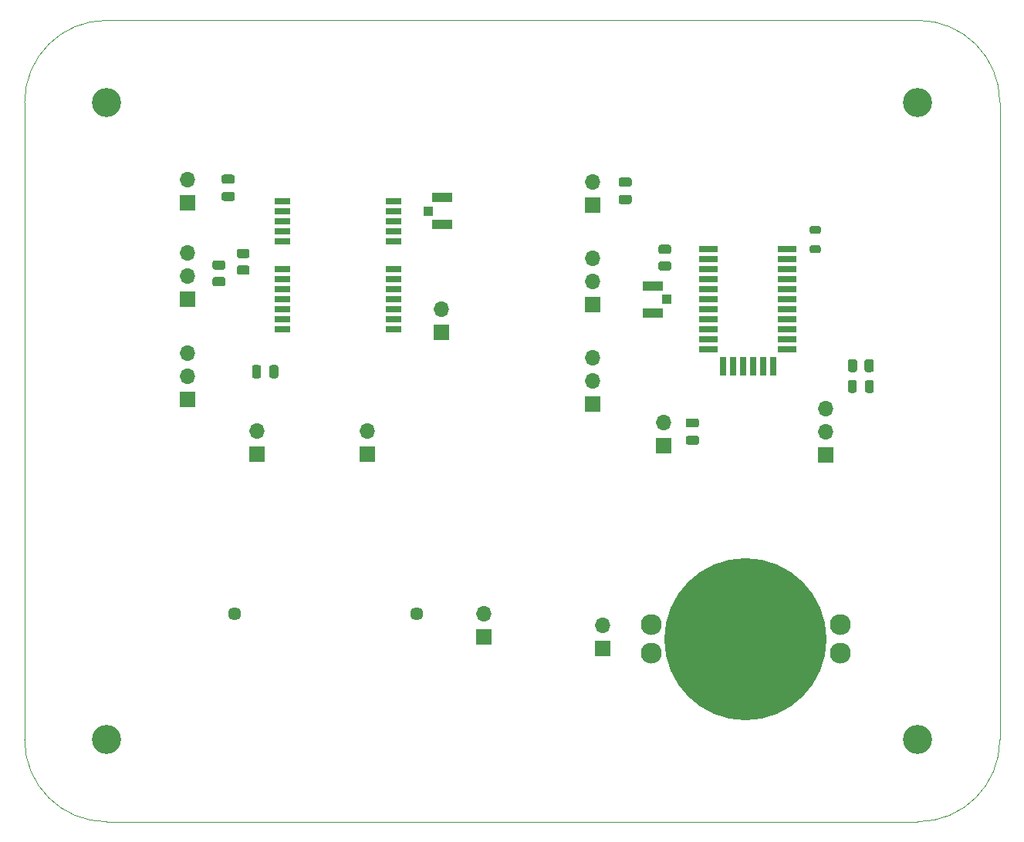
<source format=gbr>
%TF.GenerationSoftware,KiCad,Pcbnew,(5.1.10)-1*%
%TF.CreationDate,2021-07-19T17:08:21-04:00*%
%TF.ProjectId,gps-testing-board,6770732d-7465-4737-9469-6e672d626f61,rev?*%
%TF.SameCoordinates,Original*%
%TF.FileFunction,Soldermask,Top*%
%TF.FilePolarity,Negative*%
%FSLAX46Y46*%
G04 Gerber Fmt 4.6, Leading zero omitted, Abs format (unit mm)*
G04 Created by KiCad (PCBNEW (5.1.10)-1) date 2021-07-19 17:08:21*
%MOMM*%
%LPD*%
G01*
G04 APERTURE LIST*
%TA.AperFunction,Profile*%
%ADD10C,0.050000*%
%TD*%
%ADD11C,3.200000*%
%ADD12O,1.700000X1.700000*%
%ADD13R,1.700000X1.700000*%
%ADD14R,1.050000X1.050000*%
%ADD15R,2.200000X1.050000*%
%ADD16R,1.800000X0.800000*%
%ADD17R,2.000000X0.700000*%
%ADD18R,0.700000X2.000000*%
%ADD19C,17.800000*%
%ADD20C,2.300000*%
%ADD21C,1.446000*%
G04 APERTURE END LIST*
D10*
X111000000Y-150000000D02*
G75*
G02*
X102000000Y-141000000I0J9000000D01*
G01*
X209000000Y-141000000D02*
G75*
G02*
X200000000Y-150000000I-9000000J0D01*
G01*
X200000000Y-62000000D02*
G75*
G02*
X209000000Y-71000000I0J-9000000D01*
G01*
X111000000Y-150000000D02*
X200000000Y-150000000D01*
X209000000Y-71000000D02*
X209000000Y-141000000D01*
X102000000Y-71000000D02*
G75*
G02*
X111000000Y-62000000I9000000J0D01*
G01*
X111000000Y-62000000D02*
X200000000Y-62000000D01*
X102000000Y-71000000D02*
X102000000Y-141000000D01*
D11*
%TO.C,REF\u002A\u002A*%
X200000000Y-71000000D03*
%TD*%
%TO.C,REF\u002A\u002A*%
X111000000Y-71000000D03*
%TD*%
%TO.C,REF\u002A\u002A*%
X200000000Y-141000000D03*
%TD*%
%TO.C,REF\u002A\u002A*%
X111000000Y-141000000D03*
%TD*%
%TO.C,C1*%
G36*
G01*
X167419000Y-79271200D02*
X168369000Y-79271200D01*
G75*
G02*
X168619000Y-79521200I0J-250000D01*
G01*
X168619000Y-80021200D01*
G75*
G02*
X168369000Y-80271200I-250000J0D01*
G01*
X167419000Y-80271200D01*
G75*
G02*
X167169000Y-80021200I0J250000D01*
G01*
X167169000Y-79521200D01*
G75*
G02*
X167419000Y-79271200I250000J0D01*
G01*
G37*
G36*
G01*
X167419000Y-81171200D02*
X168369000Y-81171200D01*
G75*
G02*
X168619000Y-81421200I0J-250000D01*
G01*
X168619000Y-81921200D01*
G75*
G02*
X168369000Y-82171200I-250000J0D01*
G01*
X167419000Y-82171200D01*
G75*
G02*
X167169000Y-81921200I0J250000D01*
G01*
X167169000Y-81421200D01*
G75*
G02*
X167419000Y-81171200I250000J0D01*
G01*
G37*
%TD*%
%TO.C,C2*%
G36*
G01*
X123858000Y-80841000D02*
X124808000Y-80841000D01*
G75*
G02*
X125058000Y-81091000I0J-250000D01*
G01*
X125058000Y-81591000D01*
G75*
G02*
X124808000Y-81841000I-250000J0D01*
G01*
X123858000Y-81841000D01*
G75*
G02*
X123608000Y-81591000I0J250000D01*
G01*
X123608000Y-81091000D01*
G75*
G02*
X123858000Y-80841000I250000J0D01*
G01*
G37*
G36*
G01*
X123858000Y-78941000D02*
X124808000Y-78941000D01*
G75*
G02*
X125058000Y-79191000I0J-250000D01*
G01*
X125058000Y-79691000D01*
G75*
G02*
X124808000Y-79941000I-250000J0D01*
G01*
X123858000Y-79941000D01*
G75*
G02*
X123608000Y-79691000I0J250000D01*
G01*
X123608000Y-79191000D01*
G75*
G02*
X123858000Y-78941000I250000J0D01*
G01*
G37*
%TD*%
%TO.C,C3*%
G36*
G01*
X174785000Y-107612600D02*
X175735000Y-107612600D01*
G75*
G02*
X175985000Y-107862600I0J-250000D01*
G01*
X175985000Y-108362600D01*
G75*
G02*
X175735000Y-108612600I-250000J0D01*
G01*
X174785000Y-108612600D01*
G75*
G02*
X174535000Y-108362600I0J250000D01*
G01*
X174535000Y-107862600D01*
G75*
G02*
X174785000Y-107612600I250000J0D01*
G01*
G37*
G36*
G01*
X174785000Y-105712600D02*
X175735000Y-105712600D01*
G75*
G02*
X175985000Y-105962600I0J-250000D01*
G01*
X175985000Y-106462600D01*
G75*
G02*
X175735000Y-106712600I-250000J0D01*
G01*
X174785000Y-106712600D01*
G75*
G02*
X174535000Y-106462600I0J250000D01*
G01*
X174535000Y-105962600D01*
G75*
G02*
X174785000Y-105712600I250000J0D01*
G01*
G37*
%TD*%
%TO.C,C4*%
G36*
G01*
X126947000Y-101059000D02*
X126947000Y-100109000D01*
G75*
G02*
X127197000Y-99859000I250000J0D01*
G01*
X127697000Y-99859000D01*
G75*
G02*
X127947000Y-100109000I0J-250000D01*
G01*
X127947000Y-101059000D01*
G75*
G02*
X127697000Y-101309000I-250000J0D01*
G01*
X127197000Y-101309000D01*
G75*
G02*
X126947000Y-101059000I0J250000D01*
G01*
G37*
G36*
G01*
X128847000Y-101059000D02*
X128847000Y-100109000D01*
G75*
G02*
X129097000Y-99859000I250000J0D01*
G01*
X129597000Y-99859000D01*
G75*
G02*
X129847000Y-100109000I0J-250000D01*
G01*
X129847000Y-101059000D01*
G75*
G02*
X129597000Y-101309000I-250000J0D01*
G01*
X129097000Y-101309000D01*
G75*
G02*
X128847000Y-101059000I0J250000D01*
G01*
G37*
%TD*%
%TO.C,D1*%
G36*
G01*
X192326200Y-102665850D02*
X192326200Y-101753350D01*
G75*
G02*
X192569950Y-101509600I243750J0D01*
G01*
X193057450Y-101509600D01*
G75*
G02*
X193301200Y-101753350I0J-243750D01*
G01*
X193301200Y-102665850D01*
G75*
G02*
X193057450Y-102909600I-243750J0D01*
G01*
X192569950Y-102909600D01*
G75*
G02*
X192326200Y-102665850I0J243750D01*
G01*
G37*
G36*
G01*
X194201200Y-102665850D02*
X194201200Y-101753350D01*
G75*
G02*
X194444950Y-101509600I243750J0D01*
G01*
X194932450Y-101509600D01*
G75*
G02*
X195176200Y-101753350I0J-243750D01*
G01*
X195176200Y-102665850D01*
G75*
G02*
X194932450Y-102909600I-243750J0D01*
G01*
X194444950Y-102909600D01*
G75*
G02*
X194201200Y-102665850I0J243750D01*
G01*
G37*
%TD*%
D12*
%TO.C,J1*%
X164338000Y-79730600D03*
D13*
X164338000Y-82270600D03*
%TD*%
%TO.C,J2*%
X164338000Y-93192600D03*
D12*
X164338000Y-90652600D03*
X164338000Y-88112600D03*
%TD*%
%TO.C,J3*%
X164338000Y-99034600D03*
X164338000Y-101574600D03*
D13*
X164338000Y-104114600D03*
%TD*%
%TO.C,J4*%
X172085000Y-108686600D03*
D12*
X172085000Y-106146600D03*
%TD*%
D13*
%TO.C,J5*%
X119888000Y-82042000D03*
D12*
X119888000Y-79502000D03*
%TD*%
%TO.C,J6*%
X119888000Y-98552000D03*
X119888000Y-101092000D03*
D13*
X119888000Y-103632000D03*
%TD*%
%TO.C,J7*%
X119888000Y-92583000D03*
D12*
X119888000Y-90043000D03*
X119888000Y-87503000D03*
%TD*%
%TO.C,J8*%
X139573000Y-107061000D03*
D13*
X139573000Y-109601000D03*
%TD*%
D12*
%TO.C,J9*%
X127508000Y-107061000D03*
D13*
X127508000Y-109601000D03*
%TD*%
D14*
%TO.C,J10*%
X146303000Y-82931000D03*
D15*
X147828000Y-81456000D03*
X147828000Y-84406000D03*
%TD*%
%TO.C,J11*%
X170942000Y-91158800D03*
X170942000Y-94108800D03*
D14*
X172467000Y-92633800D03*
%TD*%
D13*
%TO.C,J12*%
X147701000Y-96266000D03*
D12*
X147701000Y-93726000D03*
%TD*%
D13*
%TO.C,J13*%
X189865000Y-109702600D03*
D12*
X189865000Y-107162600D03*
X189865000Y-104622600D03*
%TD*%
%TO.C,L1*%
G36*
G01*
X189128650Y-87580600D02*
X188366150Y-87580600D01*
G75*
G02*
X188147400Y-87361850I0J218750D01*
G01*
X188147400Y-86924350D01*
G75*
G02*
X188366150Y-86705600I218750J0D01*
G01*
X189128650Y-86705600D01*
G75*
G02*
X189347400Y-86924350I0J-218750D01*
G01*
X189347400Y-87361850D01*
G75*
G02*
X189128650Y-87580600I-218750J0D01*
G01*
G37*
G36*
G01*
X189128650Y-85455600D02*
X188366150Y-85455600D01*
G75*
G02*
X188147400Y-85236850I0J218750D01*
G01*
X188147400Y-84799350D01*
G75*
G02*
X188366150Y-84580600I218750J0D01*
G01*
X189128650Y-84580600D01*
G75*
G02*
X189347400Y-84799350I0J-218750D01*
G01*
X189347400Y-85236850D01*
G75*
G02*
X189128650Y-85455600I-218750J0D01*
G01*
G37*
%TD*%
%TO.C,R1*%
G36*
G01*
X122866999Y-88364000D02*
X123767001Y-88364000D01*
G75*
G02*
X124017000Y-88613999I0J-249999D01*
G01*
X124017000Y-89139001D01*
G75*
G02*
X123767001Y-89389000I-249999J0D01*
G01*
X122866999Y-89389000D01*
G75*
G02*
X122617000Y-89139001I0J249999D01*
G01*
X122617000Y-88613999D01*
G75*
G02*
X122866999Y-88364000I249999J0D01*
G01*
G37*
G36*
G01*
X122866999Y-90189000D02*
X123767001Y-90189000D01*
G75*
G02*
X124017000Y-90438999I0J-249999D01*
G01*
X124017000Y-90964001D01*
G75*
G02*
X123767001Y-91214000I-249999J0D01*
G01*
X122866999Y-91214000D01*
G75*
G02*
X122617000Y-90964001I0J249999D01*
G01*
X122617000Y-90438999D01*
G75*
G02*
X122866999Y-90189000I249999J0D01*
G01*
G37*
%TD*%
%TO.C,R2*%
G36*
G01*
X125533999Y-88919000D02*
X126434001Y-88919000D01*
G75*
G02*
X126684000Y-89168999I0J-249999D01*
G01*
X126684000Y-89694001D01*
G75*
G02*
X126434001Y-89944000I-249999J0D01*
G01*
X125533999Y-89944000D01*
G75*
G02*
X125284000Y-89694001I0J249999D01*
G01*
X125284000Y-89168999D01*
G75*
G02*
X125533999Y-88919000I249999J0D01*
G01*
G37*
G36*
G01*
X125533999Y-87094000D02*
X126434001Y-87094000D01*
G75*
G02*
X126684000Y-87343999I0J-249999D01*
G01*
X126684000Y-87869001D01*
G75*
G02*
X126434001Y-88119000I-249999J0D01*
G01*
X125533999Y-88119000D01*
G75*
G02*
X125284000Y-87869001I0J249999D01*
G01*
X125284000Y-87343999D01*
G75*
G02*
X125533999Y-87094000I249999J0D01*
G01*
G37*
%TD*%
%TO.C,R3*%
G36*
G01*
X192326200Y-100373601D02*
X192326200Y-99473599D01*
G75*
G02*
X192576199Y-99223600I249999J0D01*
G01*
X193101201Y-99223600D01*
G75*
G02*
X193351200Y-99473599I0J-249999D01*
G01*
X193351200Y-100373601D01*
G75*
G02*
X193101201Y-100623600I-249999J0D01*
G01*
X192576199Y-100623600D01*
G75*
G02*
X192326200Y-100373601I0J249999D01*
G01*
G37*
G36*
G01*
X194151200Y-100373601D02*
X194151200Y-99473599D01*
G75*
G02*
X194401199Y-99223600I249999J0D01*
G01*
X194926201Y-99223600D01*
G75*
G02*
X195176200Y-99473599I0J-249999D01*
G01*
X195176200Y-100373601D01*
G75*
G02*
X194926201Y-100623600I-249999J0D01*
G01*
X194401199Y-100623600D01*
G75*
G02*
X194151200Y-100373601I0J249999D01*
G01*
G37*
%TD*%
%TO.C,R4*%
G36*
G01*
X171787399Y-88461800D02*
X172687401Y-88461800D01*
G75*
G02*
X172937400Y-88711799I0J-249999D01*
G01*
X172937400Y-89236801D01*
G75*
G02*
X172687401Y-89486800I-249999J0D01*
G01*
X171787399Y-89486800D01*
G75*
G02*
X171537400Y-89236801I0J249999D01*
G01*
X171537400Y-88711799D01*
G75*
G02*
X171787399Y-88461800I249999J0D01*
G01*
G37*
G36*
G01*
X171787399Y-86636800D02*
X172687401Y-86636800D01*
G75*
G02*
X172937400Y-86886799I0J-249999D01*
G01*
X172937400Y-87411801D01*
G75*
G02*
X172687401Y-87661800I-249999J0D01*
G01*
X171787399Y-87661800D01*
G75*
G02*
X171537400Y-87411801I0J249999D01*
G01*
X171537400Y-86886799D01*
G75*
G02*
X171787399Y-86636800I249999J0D01*
G01*
G37*
%TD*%
D16*
%TO.C,U1*%
X130298000Y-95900000D03*
X130298000Y-94800000D03*
X130298000Y-93700000D03*
X130298000Y-92600000D03*
X130298000Y-91500000D03*
X130298000Y-90400000D03*
X130298000Y-89300000D03*
X130298000Y-86300000D03*
X130298000Y-85200000D03*
X130298000Y-84100000D03*
X130298000Y-83000000D03*
X130298000Y-81900000D03*
X142498000Y-81900000D03*
X142498000Y-83000000D03*
X142498000Y-84100000D03*
X142498000Y-85200000D03*
X142498000Y-86300000D03*
X142498000Y-89300000D03*
X142498000Y-90400000D03*
X142498000Y-91500000D03*
X142498000Y-92600000D03*
X142498000Y-93700000D03*
X142498000Y-94800000D03*
X142498000Y-95900000D03*
%TD*%
D17*
%TO.C,U2*%
X185696000Y-87146600D03*
X185696000Y-88246600D03*
X185696000Y-89346600D03*
X185696000Y-90446600D03*
X185696000Y-91546600D03*
X185696000Y-92646600D03*
X185696000Y-93746600D03*
X185696000Y-94846600D03*
X185696000Y-95946600D03*
X185696000Y-97046600D03*
X185696000Y-98146600D03*
D18*
X184106000Y-99946600D03*
X183006000Y-99946600D03*
X181906000Y-99946600D03*
X180806000Y-99946600D03*
X179706000Y-99946600D03*
X178606000Y-99946600D03*
D17*
X177056000Y-98146600D03*
X177056000Y-97046600D03*
X177056000Y-95946600D03*
X177056000Y-94846600D03*
X177056000Y-93746600D03*
X177056000Y-92646600D03*
X177056000Y-91546600D03*
X177056000Y-90446600D03*
X177056000Y-89346600D03*
X177056000Y-88246600D03*
X177056000Y-87146600D03*
%TD*%
D13*
%TO.C,J14*%
X165404800Y-130937000D03*
D12*
X165404800Y-128397000D03*
%TD*%
%TO.C,J15*%
X152400000Y-127152400D03*
D13*
X152400000Y-129692400D03*
%TD*%
D19*
%TO.C,J16*%
X181127400Y-129946400D03*
D20*
X170727400Y-131446400D03*
X170727400Y-128346400D03*
X191527400Y-128346400D03*
X191527400Y-131446400D03*
%TD*%
D21*
%TO.C,J17*%
X145018800Y-127152400D03*
X125018800Y-127152400D03*
%TD*%
M02*

</source>
